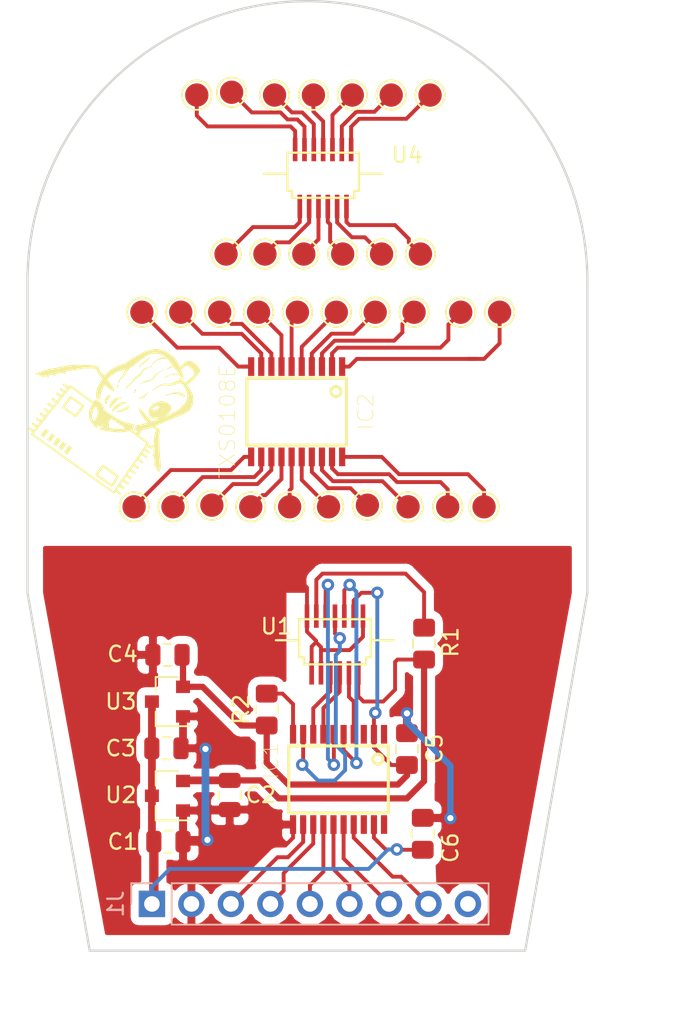
<source format=kicad_pcb>
(kicad_pcb (version 20171130) (host pcbnew "(5.0.0)")
  (layers (0 F.Cu signal) (31 B.Cu signal) (34 B.Paste user) (35 F.Paste user) (36 B.SilkS user) (37 F.SilkS user) (38 B.Mask user) (39 F.Mask user) (44 Edge.Cuts user))
  (net 0 "")
  (net 1 GND)
  (net 2 VCC)
  (net 3 /1.8V)
  (net 4 /RESET)
  (net 5 /SCLK)
  (net 6 /SDA)
  (net 7 /CS)
  (net 8 /RS)
  (net 9 /FMARK)
  (net 10 /LEDA)
  (net 11 /2.8V)
  (net 12 /RESET_1.8)
  (net 13 /SCLK_1.8)
  (net 14 /SDA_1.8)
  (net 15 /CS_1.8)
  (net 16 /RS_1.8)
  (net 17 /FMARK_1.8)
  (net 18 "Net-(IC1-Pad1)")
  (net 19 "Net-(IC1-Pad3)")
  (net 20 "Net-(IC1-Pad18)")
  (net 21 "Net-(IC1-Pad20)")
  (net 22 "Net-(IC1-Pad10)")
  (net 23 "Net-(TP18-Pad1)")
  (net 24 "Net-(IC2-Pad1)")
  (net 25 "Net-(TP19-Pad1)")
  (net 26 "Net-(TP11-Pad1)")
  (net 27 "Net-(TP12-Pad1)")
  (net 28 "Net-(TP13-Pad1)")
  (net 29 "Net-(TP14-Pad1)")
  (net 30 "Net-(TP15-Pad1)")
  (net 31 "Net-(TP16-Pad1)")
  (net 32 "Net-(IC2-Pad4)")
  (net 33 "Net-(IC2-Pad19)")
  (net 34 "Net-(TP20-Pad1)")
  (net 35 "Net-(TP21-Pad1)")
  (net 36 "Net-(TP22-Pad1)")
  (net 37 "Net-(TP23-Pad1)")
  (net 38 "Net-(IC2-Pad3)")
  (net 39 "Net-(TP17-Pad1)")
  (net 40 "Net-(IC2-Pad8)")
  (net 41 "Net-(IC2-Pad17)")
  (net 42 "Net-(IC2-Pad5)")
  (net 43 "Net-(IC2-Pad6)")
  (net 44 "Net-(IC2-Pad12)")
  (net 45 "Net-(IC2-Pad13)")
  (net 46 "Net-(IC2-Pad14)")
  (net 47 "Net-(IC2-Pad15)")
  (net 48 "Net-(IC2-Pad2)")
  (net 49 "Net-(IC2-Pad18)")
  (net 50 "Net-(IC2-Pad20)")
  (net 51 "Net-(IC2-Pad11)")
  (net 52 "Net-(IC2-Pad10)")
  (net 53 "Net-(IC2-Pad7)")
  (net 54 "Net-(IC2-Pad9)")
  (net 55 "Net-(IC2-Pad16)")
  (module PW_R-PDSO-G20 (layer F.Cu) (at 121.3065 68.3775 180)
    (fp_text reference IC2 (at -4.44855 0.00001 270) (layer F.SilkS) (effects (font (size 1.0008 1.0008) (thickness 0.05))))
    (fp_text value TXS0108E (at 4.45016 -0.635725 270) (layer F.SilkS) (effects (font (size 1.00116 1.00116) (thickness 0.05))))
    (pad 1 smd rect (at -2.925 2.9 180) (size 0.4 1.2) (layers F.Cu F.Paste F.Mask) (net 24 "Net-(IC2-Pad1)"))
    (pad 2 smd rect (at -2.275 2.9 180) (size 0.4 1.2) (layers F.Cu F.Paste F.Mask) (net 48 "Net-(IC2-Pad2)"))
    (pad 3 smd rect (at -1.625 2.9 180) (size 0.4 1.2) (layers F.Cu F.Paste F.Mask) (net 38 "Net-(IC2-Pad3)"))
    (pad 4 smd rect (at -0.975 2.9 180) (size 0.4 1.2) (layers F.Cu F.Paste F.Mask) (net 32 "Net-(IC2-Pad4)"))
    (pad 5 smd rect (at -0.325 2.9 180) (size 0.4 1.2) (layers F.Cu F.Paste F.Mask) (net 42 "Net-(IC2-Pad5)"))
    (pad 6 smd rect (at 0.325 2.9 180) (size 0.4 1.2) (layers F.Cu F.Paste F.Mask) (net 43 "Net-(IC2-Pad6)"))
    (pad 7 smd rect (at 0.975 2.9 180) (size 0.4 1.2) (layers F.Cu F.Paste F.Mask) (net 53 "Net-(IC2-Pad7)"))
    (pad 8 smd rect (at 1.625 2.9 180) (size 0.4 1.2) (layers F.Cu F.Paste F.Mask) (net 40 "Net-(IC2-Pad8)"))
    (pad 9 smd rect (at 2.275 2.9 180) (size 0.4 1.2) (layers F.Cu F.Paste F.Mask) (net 54 "Net-(IC2-Pad9)"))
    (pad 10 smd rect (at 2.925 2.9 180) (size 0.4 1.2) (layers F.Cu F.Paste F.Mask) (net 52 "Net-(IC2-Pad10)"))
    (pad 11 smd rect (at 2.925 -2.9) (size 0.4 1.2) (layers F.Cu F.Paste F.Mask) (net 51 "Net-(IC2-Pad11)"))
    (pad 12 smd rect (at 2.275 -2.9) (size 0.4 1.2) (layers F.Cu F.Paste F.Mask) (net 44 "Net-(IC2-Pad12)"))
    (pad 13 smd rect (at 1.625 -2.9) (size 0.4 1.2) (layers F.Cu F.Paste F.Mask) (net 45 "Net-(IC2-Pad13)"))
    (pad 14 smd rect (at 0.975 -2.9) (size 0.4 1.2) (layers F.Cu F.Paste F.Mask) (net 46 "Net-(IC2-Pad14)"))
    (pad 15 smd rect (at 0.325 -2.9) (size 0.4 1.2) (layers F.Cu F.Paste F.Mask) (net 47 "Net-(IC2-Pad15)"))
    (pad 16 smd rect (at -0.325 -2.9) (size 0.4 1.2) (layers F.Cu F.Paste F.Mask) (net 55 "Net-(IC2-Pad16)"))
    (pad 17 smd rect (at -0.975 -2.9) (size 0.4 1.2) (layers F.Cu F.Paste F.Mask) (net 41 "Net-(IC2-Pad17)"))
    (pad 18 smd rect (at -1.625 -2.9) (size 0.4 1.2) (layers F.Cu F.Paste F.Mask) (net 49 "Net-(IC2-Pad18)"))
    (pad 19 smd rect (at -2.275 -2.9) (size 0.4 1.2) (layers F.Cu F.Paste F.Mask) (net 33 "Net-(IC2-Pad19)"))
    (pad 20 smd rect (at -2.925 -2.9) (size 0.4 1.2) (layers F.Cu F.Paste F.Mask) (net 50 "Net-(IC2-Pad20)"))
  )
  (module "Hirose_connectors:FH26-13S-0.3SHW(05)" (layer F.Cu) (at 122.809 53.086)
    (fp_text reference U4 (at 5.6 -1.2 180) (layer F.SilkS))
    (fp_text value "FH26-13S-0.3SHW(05)")
    (pad 13 smd rect (at 2 -1.55 180) (size 0.3 1.5) (layers F.Cu F.Paste F.Mask) (net 26 "Net-(TP11-Pad1)"))
    (pad 11 smd rect (at 1.4 -1.55 180) (size 0.3 1.5) (layers F.Cu F.Paste F.Mask) (net 27 "Net-(TP12-Pad1)"))
    (pad 9 smd rect (at 0.8 -1.55 180) (size 0.3 1.5) (layers F.Cu F.Paste F.Mask) (net 28 "Net-(TP13-Pad1)"))
    (pad 7 smd rect (at 0.2 -1.55 180) (size 0.3 1.5) (layers F.Cu F.Paste F.Mask) (net 29 "Net-(TP14-Pad1)"))
    (pad 5 smd rect (at -0.4 -1.55 180) (size 0.3 1.5) (layers F.Cu F.Paste F.Mask) (net 30 "Net-(TP15-Pad1)"))
    (pad 3 smd rect (at -1 -1.55 180) (size 0.3 1.5) (layers F.Cu F.Paste F.Mask) (net 31 "Net-(TP16-Pad1)"))
    (pad 1 smd rect (at -1.6 -1.55 180) (size 0.3 1.5) (layers F.Cu F.Paste F.Mask) (net 39 "Net-(TP17-Pad1)"))
    (pad 12 smd rect (at 1.7 2.1 180) (size 0.3 1.5) (layers F.Cu F.Paste F.Mask) (net 23 "Net-(TP18-Pad1)"))
    (pad 10 smd rect (at 1.1 2.1 180) (size 0.3 1.5) (layers F.Cu F.Paste F.Mask) (net 25 "Net-(TP19-Pad1)"))
    (pad 8 smd rect (at 0.5 2.1 180) (size 0.3 1.5) (layers F.Cu F.Paste F.Mask) (net 34 "Net-(TP20-Pad1)"))
    (pad 6 smd rect (at -0.1 2.1 180) (size 0.3 1.5) (layers F.Cu F.Paste F.Mask) (net 35 "Net-(TP21-Pad1)"))
    (pad 4 smd rect (at -0.7 2.1 180) (size 0.3 1.5) (layers F.Cu F.Paste F.Mask) (net 36 "Net-(TP22-Pad1)"))
    (pad 2 smd rect (at -1.3 2.1 180) (size 0.3 1.5) (layers F.Cu F.Paste F.Mask) (net 37 "Net-(TP23-Pad1)"))
  )
  (module TestPoint:TestPoint_Pad_D1.5mm (layer F.Cu) (at 123.356 74.485 180)
    (fp_text reference TP4 hide)
    (fp_text value TestPoint)
    (pad 1 smd circle (at 0 0 180) (size 1.5 1.5) (layers F.Cu F.Mask) (net 55 "Net-(IC2-Pad16)"))
  )
  (module TestPoint:TestPoint_Pad_D1.5mm (layer F.Cu) (at 113.856 61.985 180)
    (fp_text reference TP31 hide)
    (fp_text value TestPoint)
    (pad 1 smd circle (at 0 0 180) (size 1.5 1.5) (layers F.Cu F.Mask) (net 54 "Net-(IC2-Pad9)"))
  )
  (module TestPoint:TestPoint_Pad_D1.5mm (layer F.Cu) (at 118.856 61.985 180)
    (fp_text reference TP29 hide)
    (fp_text value TestPoint)
    (pad 1 smd circle (at 0 0 180) (size 1.5 1.5) (layers F.Cu F.Mask) (net 53 "Net-(IC2-Pad7)"))
  )
  (module TestPoint:TestPoint_Pad_D1.5mm (layer F.Cu) (at 111.356 61.985 180)
    (fp_text reference TP32 hide)
    (fp_text value TestPoint)
    (pad 1 smd circle (at 0 0 180) (size 1.5 1.5) (layers F.Cu F.Mask) (net 52 "Net-(IC2-Pad10)"))
  )
  (module TestPoint:TestPoint_Pad_D1.5mm (layer F.Cu) (at 110.856 74.485 180)
    (fp_text reference TP33 hide)
    (fp_text value TestPoint)
    (pad 1 smd circle (at 0 0 180) (size 1.5 1.5) (layers F.Cu F.Mask) (net 51 "Net-(IC2-Pad11)"))
  )
  (module TestPoint:TestPoint_Pad_D1.5mm (layer F.Cu) (at 133.356 74.485 180)
    (fp_text reference TP1 hide)
    (fp_text value TestPoint)
    (pad 1 smd circle (at 0 0 180) (size 1.5 1.5) (layers F.Cu F.Mask) (net 50 "Net-(IC2-Pad20)"))
  )
  (module TestPoint:TestPoint_Pad_D1.5mm (layer F.Cu) (at 128.468999 74.485 180)
    (fp_text reference TP2 hide)
    (fp_text value TestPoint)
    (pad 1 smd circle (at 0 0 180) (size 1.5 1.5) (layers F.Cu F.Mask) (net 49 "Net-(IC2-Pad18)"))
  )
  (module TestPoint:TestPoint_Pad_D1.5mm (layer F.Cu) (at 131.856 61.985 180)
    (fp_text reference TP10 hide)
    (fp_text value TestPoint)
    (pad 1 smd circle (at 0 0 180) (size 1.5 1.5) (layers F.Cu F.Mask) (net 48 "Net-(IC2-Pad2)"))
  )
  (module TestPoint:TestPoint_Pad_D1.5mm (layer F.Cu) (at 120.856 74.485 180)
    (fp_text reference TP5 hide)
    (fp_text value TestPoint)
    (pad 1 smd circle (at 0 0 180) (size 1.5 1.5) (layers F.Cu F.Mask) (net 47 "Net-(IC2-Pad15)"))
  )
  (module TestPoint:TestPoint_Pad_D1.5mm (layer F.Cu) (at 118.356 74.485 180)
    (fp_text reference TP6 hide)
    (fp_text value TestPoint)
    (pad 1 smd circle (at 0 0 180) (size 1.5 1.5) (layers F.Cu F.Mask) (net 46 "Net-(IC2-Pad14)"))
  )
  (module TestPoint:TestPoint_Pad_D1.5mm (layer F.Cu) (at 115.856 74.3815 180)
    (fp_text reference TP7 hide)
    (fp_text value TestPoint)
    (pad 1 smd circle (at 0 0 180) (size 1.5 1.5) (layers F.Cu F.Mask) (net 45 "Net-(IC2-Pad13)"))
  )
  (module TestPoint:TestPoint_Pad_D1.5mm (layer F.Cu) (at 113.356 74.485 180)
    (fp_text reference TP8 hide)
    (fp_text value TestPoint)
    (pad 1 smd circle (at 0 0 180) (size 1.5 1.5) (layers F.Cu F.Mask) (net 44 "Net-(IC2-Pad12)"))
  )
  (module TestPoint:TestPoint_Pad_D1.5mm (layer F.Cu) (at 121.356 61.985 180)
    (fp_text reference TP28 hide)
    (fp_text value TestPoint)
    (pad 1 smd circle (at 0 0 180) (size 1.5 1.5) (layers F.Cu F.Mask) (net 43 "Net-(IC2-Pad6)"))
  )
  (module TestPoint:TestPoint_Pad_D1.5mm (layer F.Cu) (at 123.856 61.985 180)
    (fp_text reference TP27 hide)
    (fp_text value TestPoint)
    (pad 1 smd circle (at 0 0 180) (size 1.5 1.5) (layers F.Cu F.Mask) (net 42 "Net-(IC2-Pad5)"))
  )
  (module TestPoint:TestPoint_Pad_D1.5mm (layer F.Cu) (at 125.856 74.3815 180)
    (fp_text reference TP3 hide)
    (fp_text value TestPoint)
    (pad 1 smd circle (at 0 0 180) (size 1.5 1.5) (layers F.Cu F.Mask) (net 41 "Net-(IC2-Pad17)"))
  )
  (module TestPoint:TestPoint_Pad_D1.5mm (layer F.Cu) (at 116.356 61.985 180)
    (fp_text reference TP30 hide)
    (fp_text value TestPoint)
    (pad 1 smd circle (at 0 0 180) (size 1.5 1.5) (layers F.Cu F.Mask) (net 40 "Net-(IC2-Pad8)"))
  )
  (module TestPoint:TestPoint_Pad_D1.5mm (layer F.Cu) (at 114.885 48.032)
    (fp_text reference TP17 hide)
    (fp_text value TestPoint)
    (pad 1 smd circle (at 0 0) (size 1.5 1.5) (layers F.Cu F.Mask) (net 39 "Net-(TP17-Pad1)"))
  )
  (module TestPoint:TestPoint_Pad_D1.5mm (layer F.Cu) (at 128.856 61.985 180)
    (fp_text reference TP25 hide)
    (fp_text value TestPoint)
    (pad 1 smd circle (at 0 0 180) (size 1.5 1.5) (layers F.Cu F.Mask) (net 38 "Net-(IC2-Pad3)"))
  )
  (module TestPoint:TestPoint_Pad_D1.5mm (layer F.Cu) (at 116.766 58.246)
    (fp_text reference TP23 hide)
    (fp_text value TestPoint)
    (pad 1 smd circle (at 0 0) (size 1.5 1.5) (layers F.Cu F.Mask) (net 37 "Net-(TP23-Pad1)"))
  )
  (module TestPoint:TestPoint_Pad_D1.5mm (layer F.Cu) (at 119.266 58.246)
    (fp_text reference TP22 hide)
    (fp_text value TestPoint)
    (pad 1 smd circle (at 0 0) (size 1.5 1.5) (layers F.Cu F.Mask) (net 36 "Net-(TP22-Pad1)"))
  )
  (module TestPoint:TestPoint_Pad_D1.5mm (layer F.Cu) (at 121.766 58.246)
    (fp_text reference TP21 hide)
    (fp_text value TestPoint)
    (pad 1 smd circle (at 0 0) (size 1.5 1.5) (layers F.Cu F.Mask) (net 35 "Net-(TP21-Pad1)"))
  )
  (module TestPoint:TestPoint_Pad_D1.5mm (layer F.Cu) (at 124.266 58.246)
    (fp_text reference TP20 hide)
    (fp_text value TestPoint)
    (pad 1 smd circle (at 0 0) (size 1.5 1.5) (layers F.Cu F.Mask) (net 34 "Net-(TP20-Pad1)"))
  )
  (module TestPoint:TestPoint_Pad_D1.5mm (layer F.Cu) (at 131.018999 74.485 180)
    (fp_text reference TP9 hide)
    (fp_text value TestPoint)
    (pad 1 smd circle (at 0 0 180) (size 1.5 1.5) (layers F.Cu F.Mask) (net 33 "Net-(IC2-Pad19)"))
  )
  (module TestPoint:TestPoint_Pad_D1.5mm (layer F.Cu) (at 126.356 61.985 180)
    (fp_text reference TP26 hide)
    (fp_text value TestPoint)
    (pad 1 smd circle (at 0 0 180) (size 1.5 1.5) (layers F.Cu F.Mask) (net 32 "Net-(IC2-Pad4)"))
  )
  (module TestPoint:TestPoint_Pad_D1.5mm (layer F.Cu) (at 117.126001 47.852501)
    (fp_text reference TP16 hide)
    (fp_text value TestPoint)
    (pad 1 smd circle (at 0 0) (size 1.5 1.5) (layers F.Cu F.Mask) (net 31 "Net-(TP16-Pad1)"))
  )
  (module TestPoint:TestPoint_Pad_D1.5mm (layer F.Cu) (at 119.885 48.032)
    (fp_text reference TP15 hide)
    (fp_text value TestPoint)
    (pad 1 smd circle (at 0 0) (size 1.5 1.5) (layers F.Cu F.Mask) (net 30 "Net-(TP15-Pad1)"))
  )
  (module TestPoint:TestPoint_Pad_D1.5mm (layer F.Cu) (at 122.385 48.032)
    (fp_text reference TP14 hide)
    (fp_text value TestPoint)
    (pad 1 smd circle (at 0 0) (size 1.5 1.5) (layers F.Cu F.Mask) (net 29 "Net-(TP14-Pad1)"))
  )
  (module TestPoint:TestPoint_Pad_D1.5mm (layer F.Cu) (at 124.885 48.032)
    (fp_text reference TP13 hide)
    (fp_text value TestPoint)
    (pad 1 smd circle (at 0 0) (size 1.5 1.5) (layers F.Cu F.Mask) (net 28 "Net-(TP13-Pad1)"))
  )
  (module TestPoint:TestPoint_Pad_D1.5mm (layer F.Cu) (at 127.385 48.032)
    (fp_text reference TP12 hide)
    (fp_text value TestPoint)
    (pad 1 smd circle (at 0 0) (size 1.5 1.5) (layers F.Cu F.Mask) (net 27 "Net-(TP12-Pad1)"))
  )
  (module TestPoint:TestPoint_Pad_D1.5mm (layer F.Cu) (at 129.885 48.032)
    (fp_text reference TP11 hide)
    (fp_text value TestPoint)
    (pad 1 smd circle (at 0 0) (size 1.5 1.5) (layers F.Cu F.Mask) (net 26 "Net-(TP11-Pad1)"))
  )
  (module TestPoint:TestPoint_Pad_D1.5mm (layer F.Cu) (at 126.766 58.246)
    (fp_text reference TP19 hide)
    (fp_text value TestPoint)
    (pad 1 smd circle (at 0 0) (size 1.5 1.5) (layers F.Cu F.Mask) (net 25 "Net-(TP19-Pad1)"))
  )
  (module TestPoint:TestPoint_Pad_D1.5mm (layer F.Cu) (at 134.356 61.985 180)
    (fp_text reference TP24 hide)
    (fp_text value TestPoint)
    (pad 1 smd circle (at 0 0 180) (size 1.5 1.5) (layers F.Cu F.Mask) (net 24 "Net-(IC2-Pad1)"))
  )
  (module TestPoint:TestPoint_Pad_D1.5mm (layer F.Cu) (at 129.266 58.246)
    (fp_text reference TP18 hide)
    (fp_text value TestPoint)
    (pad 1 smd circle (at 0 0) (size 1.5 1.5) (layers F.Cu F.Mask) (net 23 "Net-(TP18-Pad1)"))
  )
  (module "Hirose_connectors:FH26-13S-0.3SHW(05)" (layer F.Cu) (at 123.571 83.058)
    (fp_text reference U1 (at -3.571 -0.889) (layer F.SilkS))
    (fp_text value "FH26-13S-0.3SHW(05)")
    (pad 2 smd rect (at -1.3 2.1 180) (size 0.3 1.5) (layers F.Cu F.Paste F.Mask) (net 1 GND))
    (pad 4 smd rect (at -0.7 2.1 180) (size 0.3 1.5) (layers F.Cu F.Paste F.Mask) (net 1 GND))
    (pad 6 smd rect (at -0.1 2.1 180) (size 0.3 1.5) (layers F.Cu F.Paste F.Mask) (net 14 /SDA_1.8))
    (pad 8 smd rect (at 0.5 2.1 180) (size 0.3 1.5) (layers F.Cu F.Paste F.Mask) (net 13 /SCLK_1.8))
    (pad 10 smd rect (at 1.1 2.1 180) (size 0.3 1.5) (layers F.Cu F.Paste F.Mask) (net 12 /RESET_1.8))
    (pad 12 smd rect (at 1.7 2.1 180) (size 0.3 1.5) (layers F.Cu F.Paste F.Mask) (net 11 /2.8V))
    (pad 1 smd rect (at -1.6 -1.55 180) (size 0.3 1.5) (layers F.Cu F.Paste F.Mask) (net 1 GND))
    (pad 3 smd rect (at -1 -1.55 180) (size 0.3 1.5) (layers F.Cu F.Paste F.Mask) (net 10 /LEDA))
    (pad 5 smd rect (at -0.4 -1.55 180) (size 0.3 1.5) (layers F.Cu F.Paste F.Mask) (net 17 /FMARK_1.8))
    (pad 7 smd rect (at 0.2 -1.55 180) (size 0.3 1.5) (layers F.Cu F.Paste F.Mask) (net 16 /RS_1.8))
    (pad 9 smd rect (at 0.8 -1.55 180) (size 0.3 1.5) (layers F.Cu F.Paste F.Mask) (net 15 /CS_1.8))
    (pad 11 smd rect (at 1.4 -1.55 180) (size 0.3 1.5) (layers F.Cu F.Paste F.Mask) (net 3 /1.8V))
    (pad 13 smd rect (at 2 -1.55 180) (size 0.3 1.5) (layers F.Cu F.Paste F.Mask) (net 1 GND))
  )
  (module Capacitor_SMD:C_0805_2012Metric_Pad1.15x1.40mm_HandSolder (layer F.Cu) (at 129.413 95.495 90)
    (fp_text reference C6 (at -0.898 1.778 90) (layer F.SilkS))
    (fp_text value 0.1uF)
    (pad 2 smd roundrect (at 1.025 0 90) (size 1.15 1.4) (layers F.Cu F.Paste F.Mask) (roundrect_rratio 0.217391) (net 1 GND))
    (pad 1 smd roundrect (at -1.025 0 90) (size 1.15 1.4) (layers F.Cu F.Paste F.Mask) (roundrect_rratio 0.217391) (net 2 VCC))
  )
  (module Capacitor_SMD:C_0805_2012Metric_Pad1.15x1.40mm_HandSolder (layer F.Cu) (at 128.397 90.052 270)
    (fp_text reference C5 (at -0.009 -1.778 270) (layer F.SilkS))
    (fp_text value 0.1uF)
    (pad 1 smd roundrect (at -1.025 0 270) (size 1.15 1.4) (layers F.Cu F.Paste F.Mask) (roundrect_rratio 0.217391) (net 1 GND))
    (pad 2 smd roundrect (at 1.025 0 270) (size 1.15 1.4) (layers F.Cu F.Paste F.Mask) (roundrect_rratio 0.217391) (net 3 /1.8V))
  )
  (module Resistor_SMD:R_0805_2012Metric_Pad1.15x1.40mm_HandSolder (layer F.Cu) (at 119.38 87.512 270)
    (fp_text reference R2 (at -0.009 1.651 270) (layer F.SilkS))
    (fp_text value 10k)
    (pad 1 smd roundrect (at -1.025 0 270) (size 1.15 1.4) (layers F.Cu F.Paste F.Mask) (roundrect_rratio 0.217391) (net 22 "Net-(IC1-Pad10)"))
    (pad 2 smd roundrect (at 1.025 0 270) (size 1.15 1.4) (layers F.Cu F.Paste F.Mask) (roundrect_rratio 0.217391) (net 3 /1.8V))
  )
  (module PW_R-PDSO-G20 (layer F.Cu) (at 124 92 180)
    (fp_text reference IC1 (at 4.366 1.195 270) (layer F.SilkS) (effects (font (size 1.0008 1.0008) (thickness 0.05))))
    (fp_text value TXS0108E hide)
    (pad 1 smd rect (at -2.925 2.9 180) (size 0.4 1.2) (layers F.Cu F.Paste F.Mask) (net 18 "Net-(IC1-Pad1)"))
    (pad 2 smd rect (at -2.275 2.9 180) (size 0.4 1.2) (layers F.Cu F.Paste F.Mask) (net 3 /1.8V))
    (pad 3 smd rect (at -1.625 2.9 180) (size 0.4 1.2) (layers F.Cu F.Paste F.Mask) (net 19 "Net-(IC1-Pad3)"))
    (pad 4 smd rect (at -0.975 2.9 180) (size 0.4 1.2) (layers F.Cu F.Paste F.Mask) (net 12 /RESET_1.8))
    (pad 5 smd rect (at -0.325 2.9 180) (size 0.4 1.2) (layers F.Cu F.Paste F.Mask) (net 15 /CS_1.8))
    (pad 6 smd rect (at 0.325 2.9 180) (size 0.4 1.2) (layers F.Cu F.Paste F.Mask) (net 17 /FMARK_1.8))
    (pad 7 smd rect (at 0.975 2.9 180) (size 0.4 1.2) (layers F.Cu F.Paste F.Mask) (net 13 /SCLK_1.8))
    (pad 8 smd rect (at 1.625 2.9 180) (size 0.4 1.2) (layers F.Cu F.Paste F.Mask) (net 14 /SDA_1.8))
    (pad 9 smd rect (at 2.275 2.9 180) (size 0.4 1.2) (layers F.Cu F.Paste F.Mask) (net 16 /RS_1.8))
    (pad 10 smd rect (at 2.925 2.9 180) (size 0.4 1.2) (layers F.Cu F.Paste F.Mask) (net 22 "Net-(IC1-Pad10)"))
    (pad 11 smd rect (at 2.925 -2.9) (size 0.4 1.2) (layers F.Cu F.Paste F.Mask) (net 1 GND))
    (pad 12 smd rect (at 2.275 -2.9) (size 0.4 1.2) (layers F.Cu F.Paste F.Mask) (net 8 /RS))
    (pad 13 smd rect (at 1.625 -2.9) (size 0.4 1.2) (layers F.Cu F.Paste F.Mask) (net 6 /SDA))
    (pad 14 smd rect (at 0.975 -2.9) (size 0.4 1.2) (layers F.Cu F.Paste F.Mask) (net 5 /SCLK))
    (pad 15 smd rect (at 0.325 -2.9) (size 0.4 1.2) (layers F.Cu F.Paste F.Mask) (net 9 /FMARK))
    (pad 16 smd rect (at -0.325 -2.9) (size 0.4 1.2) (layers F.Cu F.Paste F.Mask) (net 7 /CS))
    (pad 17 smd rect (at -0.975 -2.9) (size 0.4 1.2) (layers F.Cu F.Paste F.Mask) (net 4 /RESET))
    (pad 18 smd rect (at -1.625 -2.9) (size 0.4 1.2) (layers F.Cu F.Paste F.Mask) (net 20 "Net-(IC1-Pad18)"))
    (pad 19 smd rect (at -2.275 -2.9) (size 0.4 1.2) (layers F.Cu F.Paste F.Mask) (net 2 VCC))
    (pad 20 smd rect (at -2.925 -2.9) (size 0.4 1.2) (layers F.Cu F.Paste F.Mask) (net 21 "Net-(IC1-Pad20)"))
  )
  (module Resistor_SMD:R_0805_2012Metric_Pad1.15x1.40mm_HandSolder (layer F.Cu) (at 129.5 83.275 270)
    (fp_text reference R1 (at -0.09 -1.691 270) (layer F.SilkS))
    (fp_text value 100R)
    (pad 1 smd roundrect (at -1.025 0 270) (size 1.15 1.4) (layers F.Cu F.Paste F.Mask) (roundrect_rratio 0.217391) (net 10 /LEDA))
    (pad 2 smd roundrect (at 1.025 0 270) (size 1.15 1.4) (layers F.Cu F.Paste F.Mask) (roundrect_rratio 0.217391) (net 11 /2.8V))
  )
  (module Capacitor_SMD:C_0805_2012Metric (layer F.Cu) (at 113 84 180)
    (fp_text reference C4 (at 2.891 0.053 180) (layer F.SilkS))
    (fp_text value 0.1uF)
    (pad 2 smd roundrect (at 0.9375 0 180) (size 0.975 1.4) (layers F.Cu F.Paste F.Mask) (net 1 GND))
    (pad 1 smd roundrect (at -0.9375 0 180) (size 0.975 1.4) (layers F.Cu F.Paste F.Mask) (net 3 /1.8V))
  )
  (module Capacitor_SMD:C_0805_2012Metric (layer F.Cu) (at 112.9325 90)
    (fp_text reference C3 (at -2.9375 0) (layer F.SilkS))
    (fp_text value 0.1uF)
    (pad 1 smd roundrect (at -0.9375 0) (size 0.975 1.4) (layers F.Cu F.Paste F.Mask) (net 2 VCC))
    (pad 2 smd roundrect (at 0.9375 0) (size 0.975 1.4) (layers F.Cu F.Paste F.Mask) (net 1 GND))
  )
  (module Capacitor_SMD:C_0805_2012Metric (layer F.Cu) (at 117 93 270)
    (fp_text reference C2 (at 0 -2) (layer F.SilkS))
    (fp_text value 0.1uF)
    (pad 2 smd roundrect (at 0.9375 0 270) (size 0.975 1.4) (layers F.Cu F.Paste F.Mask) (net 1 GND))
    (pad 1 smd roundrect (at -0.9375 0 270) (size 0.975 1.4) (layers F.Cu F.Paste F.Mask) (net 11 /2.8V))
  )
  (module Capacitor_SMD:C_0805_2012Metric (layer F.Cu) (at 113.0625 96)
    (fp_text reference C1 (at -2.9375 0) (layer F.SilkS))
    (fp_text value 0.1uF)
    (pad 1 smd roundrect (at -0.9375 0) (size 0.975 1.4) (layers F.Cu F.Paste F.Mask) (net 2 VCC))
    (pad 2 smd roundrect (at 0.9375 0) (size 0.975 1.4) (layers F.Cu F.Paste F.Mask) (net 1 GND))
  )
  (module Connector_PinHeader_2.54mm:PinHeader_1x09_P2.54mm_Vertical (layer B.Cu) (at 112 100 270)
    (fp_text reference J1 (at 0 2.33 270) (layer B.SilkS) (effects (justify mirror)))
    (fp_text value Conn_01x08_Female)
    (pad 1 thru_hole rect (at 0 0 270) (size 1.7 1.7) (drill 1) (layers *.Cu *.Mask) (net 2 VCC))
    (pad 2 thru_hole oval (at 0 -2.54 270) (size 1.7 1.7) (drill 1) (layers *.Cu *.Mask) (net 1 GND))
    (pad 3 thru_hole oval (at 0 -5.08 270) (size 1.7 1.7) (drill 1) (layers *.Cu *.Mask) (net 8 /RS))
    (pad 4 thru_hole oval (at 0 -7.62 270) (size 1.7 1.7) (drill 1) (layers *.Cu *.Mask) (net 6 /SDA))
    (pad 5 thru_hole oval (at 0 -10.16 270) (size 1.7 1.7) (drill 1) (layers *.Cu *.Mask) (net 5 /SCLK))
    (pad 6 thru_hole oval (at 0 -12.7 270) (size 1.7 1.7) (drill 1) (layers *.Cu *.Mask) (net 9 /FMARK))
    (pad 7 thru_hole oval (at 0 -15.24 270) (size 1.7 1.7) (drill 1) (layers *.Cu *.Mask) (net 7 /CS))
    (pad 8 thru_hole oval (at 0 -17.78 270) (size 1.7 1.7) (drill 1) (layers *.Cu *.Mask) (net 4 /RESET))
    (pad 9 thru_hole oval (at 0 -20.32 270) (size 1.7 1.7) (drill 1) (layers *.Cu *.Mask))
  )
  (module Package_TO_SOT_SMD:SOT-23 (layer F.Cu) (at 113 87 180)
    (fp_text reference U3 (at 3 0 180) (layer F.SilkS))
    (fp_text value MCP1700-1802E_SOT23)
    (pad 3 smd rect (at 1 0 180) (size 0.9 0.8) (layers F.Cu F.Paste F.Mask) (net 2 VCC))
    (pad 2 smd rect (at -1 0.95 180) (size 0.9 0.8) (layers F.Cu F.Paste F.Mask) (net 3 /1.8V))
    (pad 1 smd rect (at -1 -0.95 180) (size 0.9 0.8) (layers F.Cu F.Paste F.Mask) (net 1 GND))
  )
  (module Package_TO_SOT_SMD:SOT-23 (layer F.Cu) (at 113 93.05 180)
    (fp_text reference U2 (at 3 0.05 180) (layer F.SilkS))
    (fp_text value MCP1700-2802E_SOT23)
    (pad 1 smd rect (at -1 -0.95 180) (size 0.9 0.8) (layers F.Cu F.Paste F.Mask) (net 1 GND))
    (pad 2 smd rect (at -1 0.95 180) (size 0.9 0.8) (layers F.Cu F.Paste F.Mask) (net 11 /2.8V))
    (pad 3 smd rect (at 1 0 180) (size 0.9 0.8) (layers F.Cu F.Paste F.Mask) (net 2 VCC))
  )
  (module images_silk:ant_small_logo (layer F.Cu) (at 109.093 68.326)
    (fp_text reference G*** hide)
    (fp_text value LOGO hide)
  )
  (gr_arc (start 122 60) (end 140 60) (angle -180) (layer Edge.Cuts) (width 0.15))
  (gr_line (start 140 80) (end 140 60) (layer Edge.Cuts) (width 0.15))
  (gr_line (start 104 80) (end 104 60) (layer Edge.Cuts) (width 0.15))
  (gr_line (start 108 103) (end 104 80) (layer Edge.Cuts) (width 0.15))
  (gr_line (start 122 103) (end 108 103) (layer Edge.Cuts) (width 0.15))
  (gr_line (start 136 103) (end 140 80) (layer Edge.Cuts) (width 0.15))
  (gr_line (start 122 103) (end 136 103) (layer Edge.Cuts) (width 0.15))
  (segment (start 114 89.875) (end 113.875 90) (width 0.25) (layer F.Cu) (net 1))
  (segment (start 114 87.95) (end 114 89.875) (width 0.5) (layer F.Cu) (net 1))
  (segment (start 114 96) (end 114 94) (width 0.5) (layer F.Cu) (net 1))
  (segment (start 116.9375 94) (end 117 93.9375) (width 0.25) (layer F.Cu) (net 1))
  (segment (start 121.075 95.75) (end 121.075 94.9) (width 0.25) (layer F.Cu) (net 1))
  (segment (start 120.575 96.25) (end 121.075 95.75) (width 0.25) (layer F.Cu) (net 1))
  (segment (start 117.25 96.25) (end 120.575 96.25) (width 0.25) (layer F.Cu) (net 1))
  (segment (start 117 96) (end 117.25 96.25) (width 0.25) (layer F.Cu) (net 1))
  (segment (start 113.87 90) (end 115.146 90) (width 0.5) (layer F.Cu) (net 1))
  (via (at 115.443 90.043) (size 0.8) (drill 0.4) (layers F.Cu B.Cu) (net 1))
  (segment (start 115.146 90) (end 115.189 90.043) (width 0.25) (layer F.Cu) (net 1))
  (segment (start 115.189 90.043) (end 115.443 90.043) (width 0.25) (layer F.Cu) (net 1))
  (segment (start 115.443 90.043) (end 115.443 95.758) (width 0.5) (layer B.Cu) (net 1))
  (via (at 115.57 95.885) (size 0.8) (drill 0.4) (layers F.Cu B.Cu) (net 1))
  (segment (start 115.443 95.758) (end 115.57 95.885) (width 0.25) (layer B.Cu) (net 1))
  (segment (start 114.115 95.885) (end 114 96) (width 0.25) (layer F.Cu) (net 1))
  (segment (start 115.57 95.885) (end 114.115 95.885) (width 0.5) (layer F.Cu) (net 1))
  (segment (start 117 93.9375) (end 117 95.377) (width 0.25) (layer F.Cu) (net 1))
  (segment (start 115.57 94.127) (end 115.443 94) (width 0.25) (layer F.Cu) (net 1))
  (segment (start 115.57 95.885) (end 115.57 94.127) (width 0.5) (layer F.Cu) (net 1))
  (segment (start 114 94) (end 115.443 94) (width 0.5) (layer F.Cu) (net 1))
  (segment (start 115.443 94) (end 116.9375 94) (width 0.5) (layer F.Cu) (net 1))
  (segment (start 116.873 95.885) (end 117 95.758) (width 0.25) (layer F.Cu) (net 1))
  (segment (start 115.57 95.885) (end 116.873 95.885) (width 0.5) (layer F.Cu) (net 1))
  (segment (start 117 95.377) (end 117 95.758) (width 0.25) (layer F.Cu) (net 1))
  (segment (start 117 95.758) (end 117 96) (width 0.25) (layer F.Cu) (net 1))
  (segment (start 122.555 83.185) (end 122.871 83.501) (width 0.25) (layer F.Cu) (net 1))
  (segment (start 122.271 85.158) (end 122.271 83.469) (width 0.25) (layer F.Cu) (net 1))
  (segment (start 122.271 83.469) (end 122.555 83.185) (width 0.25) (layer F.Cu) (net 1))
  (segment (start 122.555 83.092) (end 122.555 83.185) (width 0.25) (layer F.Cu) (net 1))
  (segment (start 121.971 82.508) (end 122.555 83.092) (width 0.25) (layer F.Cu) (net 1))
  (segment (start 121.971 81.508) (end 121.971 82.508) (width 0.25) (layer F.Cu) (net 1))
  (segment (start 125.571 82.836) (end 125.571 81.508) (width 0.25) (layer F.Cu) (net 1))
  (segment (start 124.714 83.693) (end 125.571 82.836) (width 0.25) (layer F.Cu) (net 1))
  (segment (start 122.871 83.693) (end 124.714 83.693) (width 0.25) (layer F.Cu) (net 1))
  (segment (start 122.871 83.693) (end 122.871 85.158) (width 0.25) (layer F.Cu) (net 1))
  (segment (start 122.871 83.501) (end 122.871 83.693) (width 0.25) (layer F.Cu) (net 1))
  (segment (start 112.0625 84) (end 112.0625 83.2) (width 0.25) (layer F.Cu) (net 1))
  (segment (start 112.0625 79.7075) (end 112.0625 84) (width 0.25) (layer F.Cu) (net 1))
  (segment (start 112.395 79.375) (end 112.0625 79.7075) (width 0.25) (layer F.Cu) (net 1))
  (segment (start 121.666 79.375) (end 112.395 79.375) (width 0.25) (layer F.Cu) (net 1))
  (segment (start 121.971 81.508) (end 121.971 79.68) (width 0.25) (layer F.Cu) (net 1))
  (segment (start 121.971 79.68) (end 121.666 79.375) (width 0.25) (layer F.Cu) (net 1))
  (via (at 128.397 87.757) (size 0.8) (drill 0.4) (layers F.Cu B.Cu) (net 1))
  (segment (start 128.397 89.027) (end 128.397 87.757) (width 0.4) (layer F.Cu) (net 1))
  (segment (start 128.397 88.322685) (end 131.191 91.116685) (width 0.4) (layer B.Cu) (net 1))
  (segment (start 128.397 87.757) (end 128.397 88.322685) (width 0.4) (layer B.Cu) (net 1))
  (via (at 131.191 94.488) (size 0.8) (drill 0.4) (layers F.Cu B.Cu) (net 1))
  (segment (start 131.191 91.116685) (end 131.191 94.488) (width 0.4) (layer B.Cu) (net 1))
  (segment (start 129.431 94.488) (end 129.413 94.47) (width 0.25) (layer F.Cu) (net 1))
  (segment (start 131.191 94.488) (end 129.431 94.488) (width 0.5) (layer F.Cu) (net 1))
  (segment (start 112 87) (end 112 90) (width 0.5) (layer F.Cu) (net 2))
  (segment (start 112 90) (end 112 93.05) (width 0.5) (layer F.Cu) (net 2))
  (segment (start 112 95.875) (end 112.125 96) (width 0.25) (layer F.Cu) (net 2))
  (segment (start 112 93.05) (end 112 95.875) (width 0.5) (layer F.Cu) (net 2))
  (segment (start 112.125 99.875) (end 112 100) (width 0.25) (layer F.Cu) (net 2))
  (segment (start 112.125 96) (end 112.125 99.875) (width 0.6) (layer F.Cu) (net 2))
  (via (at 127.75 96.5) (size 0.8) (drill 0.4) (layers F.Cu B.Cu) (net 2))
  (segment (start 127.025 96.5) (end 127.75 96.5) (width 0.25) (layer F.Cu) (net 2))
  (segment (start 126.275 94.9) (end 126.275 95.75) (width 0.25) (layer F.Cu) (net 2))
  (segment (start 126.275 95.75) (end 127.025 96.5) (width 0.25) (layer F.Cu) (net 2))
  (segment (start 127.184315 96.5) (end 125.934315 97.75) (width 0.25) (layer B.Cu) (net 2))
  (segment (start 127.75 96.5) (end 127.184315 96.5) (width 0.25) (layer B.Cu) (net 2))
  (segment (start 112 98.9) (end 112 100) (width 0.25) (layer B.Cu) (net 2))
  (segment (start 113.15 97.75) (end 112 98.9) (width 0.25) (layer B.Cu) (net 2))
  (segment (start 125.934315 97.75) (end 113.15 97.75) (width 0.25) (layer B.Cu) (net 2))
  (segment (start 127.77 96.52) (end 127.75 96.5) (width 0.25) (layer F.Cu) (net 2))
  (segment (start 129.413 96.52) (end 127.77 96.52) (width 0.25) (layer F.Cu) (net 2))
  (segment (start 114.0125 86.0625) (end 114 86.05) (width 0.25) (layer F.Cu) (net 3))
  (segment (start 114 84.0625) (end 113.9375 84) (width 0.25) (layer F.Cu) (net 3))
  (segment (start 114 86.05) (end 114 84.0625) (width 0.4) (layer F.Cu) (net 3))
  (segment (start 127.597 91.077) (end 128.397 91.077) (width 0.25) (layer F.Cu) (net 3))
  (segment (start 127.402 91.077) (end 127.597 91.077) (width 0.25) (layer F.Cu) (net 3))
  (segment (start 126.275 89.95) (end 127.402 91.077) (width 0.25) (layer F.Cu) (net 3))
  (segment (start 126.275 89.1) (end 126.275 89.95) (width 0.25) (layer F.Cu) (net 3))
  (segment (start 124.971 80.508) (end 125.469 80.01) (width 0.25) (layer F.Cu) (net 3))
  (segment (start 124.971 81.508) (end 124.971 80.508) (width 0.25) (layer F.Cu) (net 3))
  (via (at 126.492 80.01) (size 0.8) (drill 0.4) (layers F.Cu B.Cu) (net 3))
  (segment (start 125.469 80.01) (end 126.492 80.01) (width 0.25) (layer F.Cu) (net 3))
  (via (at 126.365 87.72) (size 0.8) (drill 0.4) (layers F.Cu B.Cu) (net 3))
  (segment (start 126.492 80.01) (end 126.492 87.593) (width 0.25) (layer B.Cu) (net 3))
  (segment (start 126.492 87.593) (end 126.365 87.72) (width 0.25) (layer B.Cu) (net 3))
  (segment (start 126.275 87.81) (end 126.365 87.72) (width 0.25) (layer F.Cu) (net 3))
  (segment (start 126.275 89.1) (end 126.275 87.81) (width 0.25) (layer F.Cu) (net 3))
  (segment (start 128.397 91.752) (end 127.82 92.329) (width 0.4) (layer F.Cu) (net 3))
  (segment (start 128.397 91.077) (end 128.397 91.752) (width 0.4) (layer F.Cu) (net 3))
  (segment (start 127.82 92.329) (end 120.777 92.329) (width 0.4) (layer F.Cu) (net 3))
  (segment (start 119.38 90.932) (end 119.38 88.537) (width 0.4) (layer F.Cu) (net 3))
  (segment (start 120.777 92.329) (end 119.38 90.932) (width 0.4) (layer F.Cu) (net 3))
  (segment (start 114 86.05) (end 115.133 86.05) (width 0.4) (layer F.Cu) (net 3))
  (segment (start 119.38 88.537) (end 117.747 88.537) (width 0.4) (layer F.Cu) (net 3))
  (segment (start 115.26 86.05) (end 114 86.05) (width 0.25) (layer F.Cu) (net 3))
  (segment (start 117.747 88.537) (end 115.26 86.05) (width 0.4) (layer F.Cu) (net 3))
  (segment (start 124.975 95.75) (end 127.475 98.25) (width 0.25) (layer F.Cu) (net 4))
  (segment (start 124.975 94.9) (end 124.975 95.75) (width 0.25) (layer F.Cu) (net 4))
  (segment (start 128.03 98.25) (end 129.78 100) (width 0.25) (layer F.Cu) (net 4))
  (segment (start 127.475 98.25) (end 128.03 98.25) (width 0.25) (layer F.Cu) (net 4))
  (segment (start 123.025 95.75) (end 123.025 94.9) (width 0.25) (layer F.Cu) (net 5))
  (segment (start 123.025 97.932919) (end 123.025 95.75) (width 0.25) (layer F.Cu) (net 5))
  (segment (start 122.16 98.797919) (end 123.025 97.932919) (width 0.25) (layer F.Cu) (net 5))
  (segment (start 122.16 100) (end 122.16 98.797919) (width 0.25) (layer F.Cu) (net 5))
  (segment (start 120.469999 99.150001) (end 120.469999 98.030001) (width 0.25) (layer F.Cu) (net 6))
  (segment (start 119.62 100) (end 120.469999 99.150001) (width 0.25) (layer F.Cu) (net 6))
  (segment (start 122.375 96.125) (end 122 96.5) (width 0.25) (layer F.Cu) (net 6))
  (segment (start 122.375 94.9) (end 122.375 96.125) (width 0.25) (layer F.Cu) (net 6))
  (segment (start 120.469999 98.030001) (end 122 96.5) (width 0.25) (layer F.Cu) (net 6))
  (segment (start 124.325 97.085) (end 127.24 100) (width 0.25) (layer F.Cu) (net 7))
  (segment (start 124.325 94.9) (end 124.325 97.085) (width 0.25) (layer F.Cu) (net 7))
  (segment (start 117.08 100) (end 117.929999 99.150001) (width 0.25) (layer F.Cu) (net 8))
  (segment (start 121.725 96.025) (end 121.725 94.9) (width 0.25) (layer F.Cu) (net 8))
  (segment (start 120.75 97) (end 121.725 96.025) (width 0.25) (layer F.Cu) (net 8))
  (segment (start 120.08 97) (end 117.08 100) (width 0.25) (layer F.Cu) (net 8))
  (segment (start 120.75 97) (end 120.08 97) (width 0.25) (layer F.Cu) (net 8))
  (segment (start 123.675 95.75) (end 123.675 94.9) (width 0.25) (layer F.Cu) (net 9))
  (segment (start 123.675 97.772919) (end 123.675 95.75) (width 0.25) (layer F.Cu) (net 9))
  (segment (start 124.7 98.797919) (end 123.675 97.772919) (width 0.25) (layer F.Cu) (net 9))
  (segment (start 124.7 100) (end 124.7 98.797919) (width 0.25) (layer F.Cu) (net 9))
  (segment (start 122.571 81.508) (end 122.571 79.74) (width 0.25) (layer F.Cu) (net 10))
  (segment (start 122.571 79.74) (end 122.571 79.174998) (width 0.25) (layer F.Cu) (net 10))
  (segment (start 122.571 79.174998) (end 122.968999 78.776999) (width 0.25) (layer F.Cu) (net 10))
  (segment (start 128.016 78.776999) (end 128.179999 78.776999) (width 0.25) (layer F.Cu) (net 10))
  (segment (start 129.413 79.883) (end 129.5 79.97) (width 0.25) (layer F.Cu) (net 10))
  (segment (start 128.016 78.776999) (end 128.306999 78.776999) (width 0.25) (layer F.Cu) (net 10))
  (segment (start 128.778 79.248) (end 129.413 79.883) (width 0.25) (layer F.Cu) (net 10))
  (segment (start 128.306999 78.776999) (end 129.413 79.883) (width 0.25) (layer F.Cu) (net 10))
  (segment (start 122.968999 78.776999) (end 128.016 78.776999) (width 0.25) (layer F.Cu) (net 10))
  (segment (start 129.5 79.97) (end 129.5 82.25) (width 0.25) (layer F.Cu) (net 10))
  (segment (start 114.0375 92.0625) (end 114 92.1) (width 0.25) (layer F.Cu) (net 11))
  (segment (start 117 92.0625) (end 114.0375 92.0625) (width 0.5) (layer F.Cu) (net 11))
  (segment (start 120.142 93.218) (end 118.9865 92.0625) (width 0.4) (layer F.Cu) (net 11))
  (segment (start 128.397 93.218) (end 120.142 93.218) (width 0.4) (layer F.Cu) (net 11))
  (segment (start 129.5 92.115) (end 128.397 93.218) (width 0.4) (layer F.Cu) (net 11))
  (segment (start 118.999 92.05) (end 118.9865 92.0625) (width 0.25) (layer F.Cu) (net 11))
  (segment (start 117.983 92.0625) (end 117 92.0625) (width 0.4) (layer F.Cu) (net 11))
  (segment (start 118.9865 92.0625) (end 117.983 92.0625) (width 0.4) (layer F.Cu) (net 11))
  (segment (start 129.5 84.3) (end 129.5 92.115) (width 0.4) (layer F.Cu) (net 11))
  (segment (start 125.603 86.995) (end 125.271 86.663) (width 0.25) (layer F.Cu) (net 11))
  (segment (start 125.271 86.663) (end 125.271 85.158) (width 0.25) (layer F.Cu) (net 11))
  (segment (start 126.873 86.995) (end 125.603 86.995) (width 0.25) (layer F.Cu) (net 11))
  (segment (start 127.635 86.233) (end 126.873 86.995) (width 0.25) (layer F.Cu) (net 11))
  (segment (start 127.635 84.455) (end 127.635 86.233) (width 0.25) (layer F.Cu) (net 11))
  (segment (start 127.79 84.3) (end 127.635 84.455) (width 0.25) (layer F.Cu) (net 11))
  (segment (start 129.5 84.3) (end 127.79 84.3) (width 0.25) (layer F.Cu) (net 11))
  (segment (start 124.671 86.158) (end 124.671 85.158) (width 0.25) (layer F.Cu) (net 12))
  (segment (start 124.671 86.69941) (end 124.671 86.158) (width 0.25) (layer F.Cu) (net 12))
  (segment (start 124.975 87.00341) (end 124.671 86.69941) (width 0.25) (layer F.Cu) (net 12))
  (segment (start 124.975 89.1) (end 124.975 87.00341) (width 0.25) (layer F.Cu) (net 12))
  (segment (start 123 89.075) (end 123.025 89.1) (width 0.25) (layer F.Cu) (net 13))
  (segment (start 124.071 86.158) (end 124.071 85.158) (width 0.25) (layer F.Cu) (net 13))
  (segment (start 124.071 86.36941) (end 124.071 86.158) (width 0.25) (layer F.Cu) (net 13))
  (segment (start 123.025 87.41541) (end 124.071 86.36941) (width 0.25) (layer F.Cu) (net 13))
  (segment (start 123.025 89.1) (end 123.025 87.41541) (width 0.25) (layer F.Cu) (net 13))
  (segment (start 123.471 86.333) (end 123.471 85.158) (width 0.25) (layer F.Cu) (net 14))
  (segment (start 122.375 89.1) (end 122.375 87.429) (width 0.25) (layer F.Cu) (net 14))
  (segment (start 122.375 87.429) (end 123.471 86.333) (width 0.25) (layer F.Cu) (net 14))
  (via (at 125.148001 90.943128) (size 0.8) (drill 0.4) (layers F.Cu B.Cu) (net 15))
  (segment (start 124.325 89.1) (end 124.325 90.120127) (width 0.25) (layer F.Cu) (net 15))
  (segment (start 124.325 90.120127) (end 125.148001 90.943128) (width 0.25) (layer F.Cu) (net 15))
  (segment (start 124.371 81.508) (end 124.371 80.226) (width 0.25) (layer F.Cu) (net 15))
  (via (at 124.714 79.502) (size 0.8) (drill 0.4) (layers F.Cu B.Cu) (net 15))
  (segment (start 124.371 80.226) (end 124.371 79.845) (width 0.25) (layer F.Cu) (net 15))
  (segment (start 124.371 79.845) (end 124.714 79.502) (width 0.25) (layer F.Cu) (net 15))
  (segment (start 125.148001 79.936001) (end 124.714 79.502) (width 0.25) (layer B.Cu) (net 15))
  (segment (start 125.148001 81.28) (end 125.148001 79.936001) (width 0.25) (layer B.Cu) (net 15))
  (segment (start 125.148001 81.28) (end 125.148001 80.190001) (width 0.25) (layer B.Cu) (net 15))
  (segment (start 125.148001 90.943128) (end 125.148001 81.28) (width 0.25) (layer B.Cu) (net 15))
  (segment (start 124.079 83.750685) (end 123.825 84.004685) (width 0.25) (layer B.Cu) (net 16))
  (segment (start 124.079 83.185) (end 124.079 83.750685) (width 0.25) (layer B.Cu) (net 16))
  (segment (start 123.825 84.004685) (end 123.825 89.789) (width 0.25) (layer B.Cu) (net 16))
  (segment (start 124.423001 91.407001) (end 123.755002 92.075) (width 0.25) (layer B.Cu) (net 16))
  (segment (start 123.825 89.789) (end 124.423001 90.387001) (width 0.25) (layer B.Cu) (net 16))
  (segment (start 124.423001 90.387001) (end 124.423001 91.407001) (width 0.25) (layer B.Cu) (net 16))
  (via (at 121.666 91.059) (size 0.8) (drill 0.4) (layers F.Cu B.Cu) (net 16))
  (segment (start 123.755002 92.075) (end 122.682 92.075) (width 0.25) (layer B.Cu) (net 16))
  (segment (start 122.682 92.075) (end 121.666 91.059) (width 0.25) (layer B.Cu) (net 16))
  (segment (start 121.725 91) (end 121.666 91.059) (width 0.25) (layer F.Cu) (net 16))
  (segment (start 121.725 89.1) (end 121.725 91) (width 0.25) (layer F.Cu) (net 16))
  (via (at 124.079 82.931) (size 0.8) (drill 0.4) (layers F.Cu B.Cu) (net 16))
  (segment (start 123.771 81.508) (end 123.771 82.623) (width 0.25) (layer F.Cu) (net 16))
  (segment (start 123.771 82.623) (end 124.079 82.931) (width 0.25) (layer F.Cu) (net 16))
  (segment (start 124.079 82.931) (end 124.079 83.750685) (width 0.25) (layer B.Cu) (net 16))
  (segment (start 123.171 81.508) (end 123.171 80.203153) (width 0.25) (layer F.Cu) (net 17))
  (segment (start 123.317 80.664838) (end 123.317 90.678) (width 0.25) (layer B.Cu) (net 17))
  (via (at 123.698 91.059) (size 0.8) (drill 0.4) (layers F.Cu B.Cu) (net 17))
  (segment (start 123.317 90.678) (end 123.698 91.059) (width 0.25) (layer B.Cu) (net 17))
  (segment (start 123.698 89.123) (end 123.675 89.1) (width 0.25) (layer F.Cu) (net 17))
  (segment (start 123.698 91.059) (end 123.698 89.123) (width 0.25) (layer F.Cu) (net 17))
  (via (at 123.317 79.502) (size 0.8) (drill 0.4) (layers F.Cu B.Cu) (net 17))
  (segment (start 123.317 80.664838) (end 123.317 79.502) (width 0.25) (layer B.Cu) (net 17))
  (segment (start 123.171 79.648) (end 123.171 81.508) (width 0.25) (layer F.Cu) (net 17))
  (segment (start 123.317 79.502) (end 123.171 79.648) (width 0.25) (layer F.Cu) (net 17))
  (segment (start 121.075 87.166) (end 120.396 86.487) (width 0.25) (layer F.Cu) (net 22))
  (segment (start 121.075 89.1) (end 121.075 87.166) (width 0.25) (layer F.Cu) (net 22))
  (segment (start 119.38 86.487) (end 120.396 86.487) (width 0.25) (layer F.Cu) (net 22))
  (segment (start 124.509 56.186) (end 124.711 56.388) (width 0.25) (layer F.Cu) (net 23))
  (segment (start 124.509 55.186) (end 124.509 56.186) (width 0.25) (layer F.Cu) (net 23))
  (segment (start 128.516001 57.269001) (end 127.635 56.388) (width 0.25) (layer F.Cu) (net 23))
  (segment (start 128.516001 57.496001) (end 128.516001 57.269001) (width 0.25) (layer F.Cu) (net 23))
  (segment (start 129.266 58.246) (end 128.516001 57.496001) (width 0.25) (layer F.Cu) (net 23))
  (segment (start 124.711 56.388) (end 127.635 56.388) (width 0.25) (layer F.Cu) (net 23))
  (segment (start 124.6815 65.4775) (end 125.174 64.985) (width 0.25) (layer F.Cu) (net 24))
  (segment (start 124.2315 65.4775) (end 124.6815 65.4775) (width 0.25) (layer F.Cu) (net 24))
  (segment (start 134.356 61.985) (end 134.356 63.985) (width 0.25) (layer F.Cu) (net 24))
  (segment (start 133.356 64.985) (end 132.356 64.985) (width 0.25) (layer F.Cu) (net 24))
  (segment (start 134.356 63.985) (end 133.356 64.985) (width 0.25) (layer F.Cu) (net 24))
  (segment (start 125.174 64.985) (end 132.356 64.985) (width 0.25) (layer F.Cu) (net 24))
  (segment (start 132.356 64.985) (end 132.856 64.985) (width 0.25) (layer F.Cu) (net 24))
  (segment (start 123.909 56.186) (end 123.909 55.186) (width 0.25) (layer F.Cu) (net 25))
  (segment (start 123.909 56.22241) (end 123.909 56.186) (width 0.25) (layer F.Cu) (net 25))
  (segment (start 124.857589 57.170999) (end 123.909 56.22241) (width 0.25) (layer F.Cu) (net 25))
  (segment (start 125.690999 57.170999) (end 124.857589 57.170999) (width 0.25) (layer F.Cu) (net 25))
  (segment (start 126.766 58.246) (end 125.690999 57.170999) (width 0.25) (layer F.Cu) (net 25))
  (segment (start 124.809 51.536) (end 124.809 50.07141) (width 0.25) (layer F.Cu) (net 26))
  (segment (start 129.135001 48.781999) (end 129.885 48.032) (width 0.25) (layer F.Cu) (net 26))
  (segment (start 128.359989 49.557011) (end 129.135001 48.781999) (width 0.25) (layer F.Cu) (net 26))
  (segment (start 125.323399 49.557011) (end 128.359989 49.557011) (width 0.25) (layer F.Cu) (net 26))
  (segment (start 124.809 50.07141) (end 125.323399 49.557011) (width 0.25) (layer F.Cu) (net 26))
  (segment (start 126.309999 49.107001) (end 127.385 48.032) (width 0.25) (layer F.Cu) (net 27))
  (segment (start 125.136999 49.107001) (end 126.309999 49.107001) (width 0.25) (layer F.Cu) (net 27))
  (segment (start 124.209 51.536) (end 124.209 50.035) (width 0.25) (layer F.Cu) (net 27))
  (segment (start 124.209 50.035) (end 125.136999 49.107001) (width 0.25) (layer F.Cu) (net 27))
  (segment (start 123.609 49.308) (end 124.885 48.032) (width 0.25) (layer F.Cu) (net 28))
  (segment (start 123.609 51.536) (end 123.609 49.308) (width 0.25) (layer F.Cu) (net 28))
  (segment (start 123.009 50.536) (end 123.009 51.536) (width 0.25) (layer F.Cu) (net 29))
  (segment (start 123.009 49.71666) (end 123.009 50.536) (width 0.25) (layer F.Cu) (net 29))
  (segment (start 122.385 49.09266) (end 123.009 49.71666) (width 0.25) (layer F.Cu) (net 29))
  (segment (start 122.385 48.032) (end 122.385 49.09266) (width 0.25) (layer F.Cu) (net 29))
  (segment (start 122.409 51.536) (end 122.409 49.892) (width 0.25) (layer F.Cu) (net 30))
  (segment (start 122.409 49.892) (end 121.666 49.149) (width 0.25) (layer F.Cu) (net 30))
  (segment (start 121.002 49.149) (end 119.885 48.032) (width 0.25) (layer F.Cu) (net 30))
  (segment (start 121.666 49.149) (end 121.002 49.149) (width 0.25) (layer F.Cu) (net 30))
  (segment (start 118.4225 49.149) (end 117.126001 47.852501) (width 0.25) (layer F.Cu) (net 31))
  (segment (start 120.269 49.149) (end 118.4225 49.149) (width 0.25) (layer F.Cu) (net 31))
  (segment (start 121.809 50.054) (end 121.35401 49.59901) (width 0.25) (layer F.Cu) (net 31))
  (segment (start 121.809 50.673) (end 121.809 50.054) (width 0.25) (layer F.Cu) (net 31))
  (segment (start 121.809 50.673) (end 121.809 50.536) (width 0.25) (layer F.Cu) (net 31))
  (segment (start 121.809 51.536) (end 121.809 50.673) (width 0.25) (layer F.Cu) (net 31))
  (segment (start 120.71901 49.59901) (end 120.269 49.149) (width 0.25) (layer F.Cu) (net 31))
  (segment (start 121.35401 49.59901) (end 120.71901 49.59901) (width 0.25) (layer F.Cu) (net 31))
  (segment (start 122.2815 64.6275) (end 122.2815 65.4775) (width 0.25) (layer F.Cu) (net 32))
  (segment (start 123.547018 63.361982) (end 122.2815 64.6275) (width 0.25) (layer F.Cu) (net 32))
  (segment (start 124.979018 63.361982) (end 123.547018 63.361982) (width 0.25) (layer F.Cu) (net 32))
  (segment (start 126.356 61.985) (end 124.979018 63.361982) (width 0.25) (layer F.Cu) (net 32))
  (segment (start 131.018999 73.360999) (end 131.018999 74.485) (width 0.25) (layer F.Cu) (net 33))
  (segment (start 130.556 72.898) (end 131.018999 73.360999) (width 0.25) (layer F.Cu) (net 33))
  (segment (start 123.5815 71.2775) (end 123.5815 72.012502) (width 0.25) (layer F.Cu) (net 33))
  (segment (start 127.76059 72.898) (end 127.25259 72.39) (width 0.25) (layer F.Cu) (net 33))
  (segment (start 130.556 72.898) (end 127.76059 72.898) (width 0.25) (layer F.Cu) (net 33))
  (segment (start 127.25259 72.39) (end 123.958998 72.39) (width 0.25) (layer F.Cu) (net 33))
  (segment (start 123.5815 72.012502) (end 123.958998 72.39) (width 0.25) (layer F.Cu) (net 33))
  (segment (start 123.516001 57.496001) (end 124.266 58.246) (width 0.25) (layer F.Cu) (net 34))
  (segment (start 123.45899 57.43899) (end 123.516001 57.496001) (width 0.25) (layer F.Cu) (net 34))
  (segment (start 123.45899 56.33599) (end 123.45899 57.43899) (width 0.25) (layer F.Cu) (net 34))
  (segment (start 123.309 56.186) (end 123.45899 56.33599) (width 0.25) (layer F.Cu) (net 34))
  (segment (start 123.309 55.186) (end 123.309 56.186) (width 0.25) (layer F.Cu) (net 34))
  (segment (start 122.709 57.303) (end 122.709 55.186) (width 0.25) (layer F.Cu) (net 35))
  (segment (start 121.766 58.246) (end 122.709 57.303) (width 0.25) (layer F.Cu) (net 35))
  (segment (start 122.109 55.186) (end 122.109 56.186) (width 0.25) (layer F.Cu) (net 36))
  (segment (start 119.266 58.246) (end 120.015999 57.496001) (width 0.25) (layer F.Cu) (net 36))
  (segment (start 122.109 56.22241) (end 122.109 55.186) (width 0.25) (layer F.Cu) (net 36))
  (segment (start 120.835409 57.496001) (end 122.109 56.22241) (width 0.25) (layer F.Cu) (net 36))
  (segment (start 120.015999 57.496001) (end 120.835409 57.496001) (width 0.25) (layer F.Cu) (net 36))
  (segment (start 121.509 56.186) (end 121.18 56.515) (width 0.25) (layer F.Cu) (net 37))
  (segment (start 121.509 55.186) (end 121.509 56.186) (width 0.25) (layer F.Cu) (net 37))
  (segment (start 121.18 56.515) (end 118.491 56.515) (width 0.25) (layer F.Cu) (net 37))
  (segment (start 118.491 56.521) (end 116.766 58.246) (width 0.25) (layer F.Cu) (net 37))
  (segment (start 118.491 56.515) (end 118.491 56.521) (width 0.25) (layer F.Cu) (net 37))
  (segment (start 128.106001 62.734999) (end 128.106001 63.282999) (width 0.25) (layer F.Cu) (net 38))
  (segment (start 128.856 61.985) (end 128.106001 62.734999) (width 0.25) (layer F.Cu) (net 38))
  (segment (start 122.9315 64.6275) (end 122.9315 65.4775) (width 0.25) (layer F.Cu) (net 38))
  (segment (start 123.747009 63.811991) (end 122.9315 64.6275) (width 0.25) (layer F.Cu) (net 38))
  (segment (start 127.577009 63.811991) (end 123.747009 63.811991) (width 0.25) (layer F.Cu) (net 38))
  (segment (start 128.106001 63.282999) (end 127.577009 63.811991) (width 0.25) (layer F.Cu) (net 38))
  (segment (start 121.209 51.536) (end 121.209 50.343) (width 0.25) (layer F.Cu) (net 39))
  (segment (start 120.91502 50.04902) (end 115.58102 50.04902) (width 0.25) (layer F.Cu) (net 39))
  (segment (start 121.209 50.343) (end 120.91502 50.04902) (width 0.25) (layer F.Cu) (net 39))
  (segment (start 114.885 49.353) (end 114.885 48.032) (width 0.25) (layer F.Cu) (net 39))
  (segment (start 115.58102 50.04902) (end 114.885 49.353) (width 0.25) (layer F.Cu) (net 39))
  (segment (start 117.105999 62.734999) (end 116.356 61.985) (width 0.25) (layer F.Cu) (net 40))
  (segment (start 117.788999 62.734999) (end 117.105999 62.734999) (width 0.25) (layer F.Cu) (net 40))
  (segment (start 119.6815 64.6275) (end 117.788999 62.734999) (width 0.25) (layer F.Cu) (net 40))
  (segment (start 119.6815 65.4775) (end 119.6815 64.6275) (width 0.25) (layer F.Cu) (net 40))
  (segment (start 124.76452 73.29002) (end 123.32802 73.29002) (width 0.25) (layer F.Cu) (net 41))
  (segment (start 125.856 74.3815) (end 124.76452 73.29002) (width 0.25) (layer F.Cu) (net 41))
  (segment (start 122.2815 72.2435) (end 122.2815 71.2775) (width 0.25) (layer F.Cu) (net 41))
  (segment (start 123.32802 73.29002) (end 122.2815 72.2435) (width 0.25) (layer F.Cu) (net 41))
  (segment (start 121.6315 64.2095) (end 121.6315 65.4775) (width 0.25) (layer F.Cu) (net 42))
  (segment (start 123.856 61.985) (end 121.6315 64.2095) (width 0.25) (layer F.Cu) (net 42))
  (segment (start 120.9815 62.3595) (end 121.356 61.985) (width 0.25) (layer F.Cu) (net 43))
  (segment (start 120.9815 65.4775) (end 120.9815 62.3595) (width 0.25) (layer F.Cu) (net 43))
  (segment (start 114.105999 73.735001) (end 113.356 74.485) (width 0.25) (layer F.Cu) (net 44))
  (segment (start 115.26601 72.57499) (end 114.105999 73.735001) (width 0.25) (layer F.Cu) (net 44))
  (segment (start 118.58401 72.57499) (end 115.26601 72.57499) (width 0.25) (layer F.Cu) (net 44))
  (segment (start 119.0315 72.1275) (end 118.58401 72.57499) (width 0.25) (layer F.Cu) (net 44))
  (segment (start 119.0315 71.2775) (end 119.0315 72.1275) (width 0.25) (layer F.Cu) (net 44))
  (segment (start 119.6815 72.1275) (end 118.784 73.025) (width 0.25) (layer F.Cu) (net 45))
  (segment (start 119.6815 71.2775) (end 119.6815 72.1275) (width 0.25) (layer F.Cu) (net 45))
  (segment (start 117.2125 73.025) (end 115.856 74.3815) (width 0.25) (layer F.Cu) (net 45))
  (segment (start 118.784 73.025) (end 117.2125 73.025) (width 0.25) (layer F.Cu) (net 45))
  (segment (start 120.3315 71.2775) (end 120.3315 72.5095) (width 0.25) (layer F.Cu) (net 46))
  (segment (start 119.105999 73.735001) (end 119.304999 73.735001) (width 0.25) (layer F.Cu) (net 46))
  (segment (start 118.356 74.485) (end 119.105999 73.735001) (width 0.25) (layer F.Cu) (net 46))
  (segment (start 120.3315 72.7085) (end 120.3315 72.5095) (width 0.25) (layer F.Cu) (net 46))
  (segment (start 119.304999 73.735001) (end 120.3315 72.7085) (width 0.25) (layer F.Cu) (net 46))
  (segment (start 120.9815 72.1275) (end 120.9815 71.2775) (width 0.25) (layer F.Cu) (net 47))
  (segment (start 120.9815 73.29884) (end 120.9815 72.1275) (width 0.25) (layer F.Cu) (net 47))
  (segment (start 120.856 73.42434) (end 120.9815 73.29884) (width 0.25) (layer F.Cu) (net 47))
  (segment (start 120.856 74.485) (end 120.856 73.42434) (width 0.25) (layer F.Cu) (net 47))
  (segment (start 123.5815 64.6275) (end 123.947 64.262) (width 0.25) (layer F.Cu) (net 48))
  (segment (start 123.5815 65.4775) (end 123.5815 64.6275) (width 0.25) (layer F.Cu) (net 48))
  (segment (start 123.947 64.262) (end 130.556 64.262) (width 0.25) (layer F.Cu) (net 48))
  (segment (start 130.556 64.262) (end 131.064 63.754) (width 0.25) (layer F.Cu) (net 48))
  (segment (start 131.064 62.777) (end 131.064 63.754) (width 0.25) (layer F.Cu) (net 48))
  (segment (start 131.856 61.985) (end 131.064 62.777) (width 0.25) (layer F.Cu) (net 48))
  (segment (start 126.824009 72.84001) (end 123.64001 72.84001) (width 0.25) (layer F.Cu) (net 49))
  (segment (start 128.468999 74.485) (end 126.824009 72.84001) (width 0.25) (layer F.Cu) (net 49))
  (segment (start 122.9315 72.1315) (end 122.9315 71.2775) (width 0.25) (layer F.Cu) (net 49))
  (segment (start 123.64001 72.84001) (end 122.9315 72.1315) (width 0.25) (layer F.Cu) (net 49))
  (segment (start 133.356 73.42434) (end 132.32166 72.39) (width 0.25) (layer F.Cu) (net 50))
  (segment (start 133.356 74.485) (end 133.356 73.42434) (width 0.25) (layer F.Cu) (net 50))
  (segment (start 132.32166 72.39) (end 127.889 72.39) (width 0.25) (layer F.Cu) (net 50))
  (segment (start 126.7765 71.2775) (end 124.2315 71.2775) (width 0.25) (layer F.Cu) (net 50))
  (segment (start 127.889 72.39) (end 126.7765 71.2775) (width 0.25) (layer F.Cu) (net 50))
  (segment (start 111.605999 73.735001) (end 110.856 74.485) (width 0.25) (layer F.Cu) (net 51))
  (segment (start 113.21602 72.12498) (end 111.605999 73.735001) (width 0.25) (layer F.Cu) (net 51))
  (segment (start 117.08402 72.12498) (end 113.21602 72.12498) (width 0.25) (layer F.Cu) (net 51))
  (segment (start 117.9315 71.2775) (end 117.08402 72.12498) (width 0.25) (layer F.Cu) (net 51))
  (segment (start 118.3815 71.2775) (end 117.9315 71.2775) (width 0.25) (layer F.Cu) (net 51))
  (segment (start 111.356 61.985) (end 113.633 64.262) (width 0.25) (layer F.Cu) (net 52))
  (segment (start 113.633 64.262) (end 116.332 64.262) (width 0.25) (layer F.Cu) (net 52))
  (segment (start 117.5475 65.4775) (end 118.11 65.4775) (width 0.25) (layer F.Cu) (net 52))
  (segment (start 116.332 64.262) (end 117.5475 65.4775) (width 0.25) (layer F.Cu) (net 52))
  (segment (start 118.3815 65.4775) (end 118.11 65.4775) (width 0.25) (layer F.Cu) (net 52))
  (segment (start 118.11 65.4775) (end 117.8015 65.4775) (width 0.25) (layer F.Cu) (net 52))
  (segment (start 120.3315 63.4605) (end 118.856 61.985) (width 0.25) (layer F.Cu) (net 53))
  (segment (start 120.3315 65.4775) (end 120.3315 63.4605) (width 0.25) (layer F.Cu) (net 53))
  (segment (start 119.0315 64.6275) (end 117.777 63.373) (width 0.25) (layer F.Cu) (net 54))
  (segment (start 119.0315 65.4775) (end 119.0315 64.6275) (width 0.25) (layer F.Cu) (net 54))
  (segment (start 115.244 63.373) (end 113.856 61.985) (width 0.25) (layer F.Cu) (net 54))
  (segment (start 117.777 63.373) (end 115.244 63.373) (width 0.25) (layer F.Cu) (net 54))
  (segment (start 121.6315 72.7605) (end 121.6315 71.2775) (width 0.25) (layer F.Cu) (net 55))
  (segment (start 123.356 74.485) (end 121.6315 72.7605) (width 0.25) (layer F.Cu) (net 55))
  (zone (net 0) (net_name "") (layer F.Cu) (connect_pads (clearance 0.508)) (min_thickness 0.254)
    (keepout (tracks allowed) (vias allowed) (copperpour not_allowed))
    (fill (arc_segments 16) (thermal_gap 0.508) (thermal_bridge_width 0.508))
    (polygon (pts (xy 112.395 85.09) (xy 112.395 97.155) (xy 113.665 97.155) (xy 113.665 85.09)))
  )
  (zone (net 0) (net_name "") (layer F.Cu) (connect_pads (clearance 0.508)) (min_thickness 0.254)
    (keepout (tracks allowed) (vias allowed) (copperpour not_allowed))
    (fill (arc_segments 16) (thermal_gap 0.508) (thermal_bridge_width 0.508))
    (polygon (pts (xy 127.381 93.726) (xy 127.381 96.012) (xy 129.413 95.885) (xy 129.413 93.726) (xy 130.175 93.599) (xy 130.175 92.202) (xy 128.524 92.202)))
  )
  (zone (net 0) (net_name "") (layer F.Cu) (connect_pads (clearance 0.508)) (min_thickness 0.254)
    (keepout (tracks allowed) (vias allowed) (copperpour not_allowed))
    (fill (arc_segments 16) (thermal_gap 0.508) (thermal_bridge_width 0.508))
    (polygon (pts (xy 130.175 95.885) (xy 130.302 99.06) (xy 128.905 99.06) (xy 127.635 97.409) (xy 127.635 95.885)))
  )
  (zone (net 0) (net_name "") (layer F.Cu) (connect_pads (clearance 0.508)) (min_thickness 0.254)
    (keepout (tracks allowed) (vias allowed) (copperpour not_allowed))
    (fill (arc_segments 16) (thermal_gap 0.508) (thermal_bridge_width 0.508))
    (polygon (pts (xy 120.65 80.01) (xy 120.65 87.122) (xy 126.619 87.122) (xy 126.619 80.01)))
  )
  (zone (net 1) (net_name GND) (layer F.Cu) (connect_pads (clearance 0.508)) (min_thickness 0.254) (fill yes (arc_segments 16) (thermal_gap 0.508) (thermal_bridge_width 0.508))
    (polygon (pts (xy 105 77) (xy 105 80) (xy 109 102) (xy 135 102) (xy 139 80) (xy 139 77)))
  )
)
</source>
